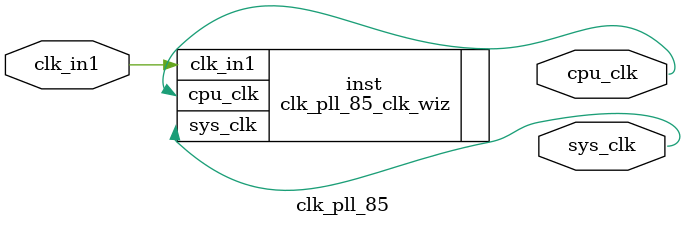
<source format=v>


`timescale 1ps/1ps

(* CORE_GENERATION_INFO = "clk_pll_85,clk_wiz_v6_0_4_0_0,{component_name=clk_pll_85,use_phase_alignment=true,use_min_o_jitter=false,use_max_i_jitter=false,use_dyn_phase_shift=false,use_inclk_switchover=false,use_dyn_reconfig=false,enable_axi=0,feedback_source=FDBK_AUTO,PRIMITIVE=PLL,num_out_clk=2,clkin1_period=10.000,clkin2_period=10.000,use_power_down=false,use_reset=false,use_locked=false,use_inclk_stopped=false,feedback_type=SINGLE,CLOCK_MGR_TYPE=NA,manual_override=false}" *)

module clk_pll_85 
 (
  // Clock out ports
  output        cpu_clk,
  output        sys_clk,
 // Clock in ports
  input         clk_in1
 );

  clk_pll_85_clk_wiz inst
  (
  // Clock out ports  
  .cpu_clk(cpu_clk),
  .sys_clk(sys_clk),
 // Clock in ports
  .clk_in1(clk_in1)
  );

endmodule

</source>
